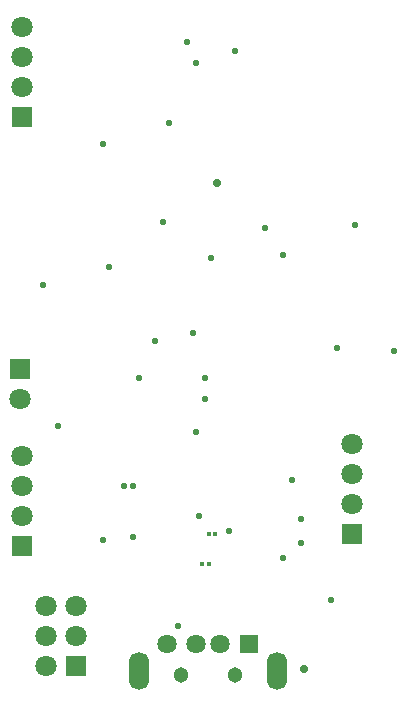
<source format=gbs>
G04*
G04 #@! TF.GenerationSoftware,Altium Limited,Altium Designer,25.3.3 (18)*
G04*
G04 Layer_Color=16711935*
%FSLAX25Y25*%
%MOIN*%
G70*
G04*
G04 #@! TF.SameCoordinates,C02AA0BD-ED60-40AF-A0AC-FC32A95D580F*
G04*
G04*
G04 #@! TF.FilePolarity,Negative*
G04*
G01*
G75*
%ADD39C,0.06422*%
%ADD40R,0.06422X0.06422*%
%ADD41O,0.06737X0.12674*%
%ADD42C,0.05131*%
%ADD43C,0.07119*%
%ADD44R,0.07119X0.07119*%
%ADD45C,0.02300*%
%ADD46C,0.02800*%
%ADD47C,0.01600*%
D39*
X56221Y16354D02*
D03*
X66063D02*
D03*
X73937D02*
D03*
D40*
X83780D02*
D03*
D41*
X93032Y7378D02*
D03*
X46968D02*
D03*
D42*
X79055Y6000D02*
D03*
X60945D02*
D03*
D43*
X16000Y29000D02*
D03*
X26000D02*
D03*
X16000Y19000D02*
D03*
X26000D02*
D03*
X16000Y9000D02*
D03*
X8000Y79000D02*
D03*
Y69000D02*
D03*
Y59000D02*
D03*
Y222000D02*
D03*
Y212000D02*
D03*
Y202000D02*
D03*
X118000Y83000D02*
D03*
Y73000D02*
D03*
Y63000D02*
D03*
X7500Y98000D02*
D03*
D44*
X26000Y9000D02*
D03*
X8000Y49000D02*
D03*
Y192000D02*
D03*
X118000Y53000D02*
D03*
X7500Y108000D02*
D03*
D45*
X69000Y105000D02*
D03*
X47000D02*
D03*
X101000Y58000D02*
D03*
Y50000D02*
D03*
X65000Y120000D02*
D03*
X52500Y117500D02*
D03*
X60000Y22500D02*
D03*
X95000Y45000D02*
D03*
X77000Y54000D02*
D03*
X111000Y31000D02*
D03*
X45000Y52000D02*
D03*
X35073Y51073D02*
D03*
X66000Y87000D02*
D03*
X69000Y98000D02*
D03*
X98000Y71000D02*
D03*
X113000Y115000D02*
D03*
X132000Y114000D02*
D03*
X119000Y156000D02*
D03*
X95000Y146000D02*
D03*
X89000Y155000D02*
D03*
X71000Y145000D02*
D03*
X55000Y157000D02*
D03*
X37000Y142000D02*
D03*
X63000Y217000D02*
D03*
X42000Y69000D02*
D03*
X45000D02*
D03*
X67000Y59000D02*
D03*
X20000Y89000D02*
D03*
X35000Y183000D02*
D03*
X79000Y214000D02*
D03*
X15000Y136000D02*
D03*
X66000Y210000D02*
D03*
X57000Y190000D02*
D03*
D46*
X73000Y170000D02*
D03*
X102016Y7984D02*
D03*
D47*
X72500Y53000D02*
D03*
X70500D02*
D03*
Y43000D02*
D03*
X68000D02*
D03*
M02*

</source>
